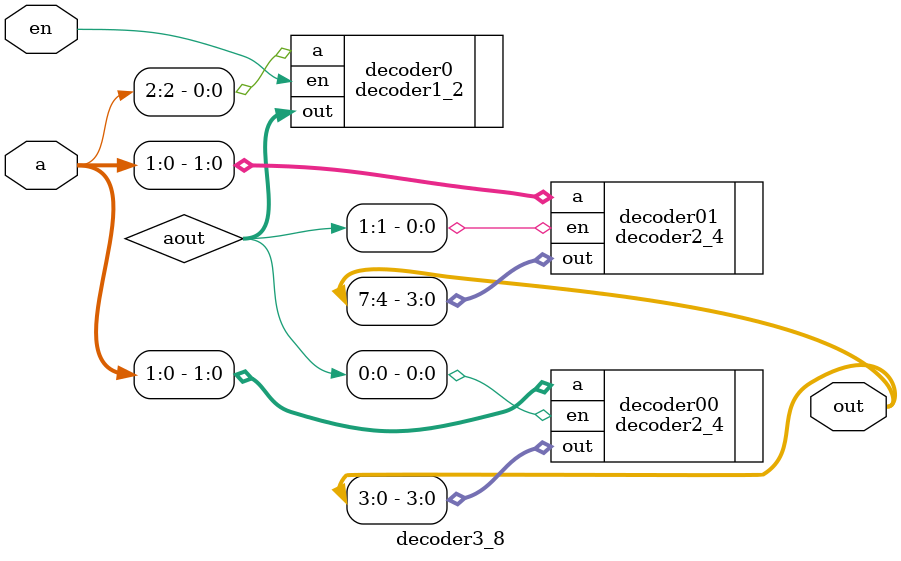
<source format=sv>
`include "./decoder/decoder2_4.sv"

`timescale 1ns/1ps
`default_nettype none

module decoder3_8(a, en, out);

input en;
input [2:0] a;
output logic [7:0] out; // the last or logic

// Below is "STRUCTURAL" verilog - explicit hardware

// 1-2 decoders
logic [1:0] aout;
decoder1_2 decoder0( .a(a[2]),   .en(en),      .out(aout));
decoder2_4 decoder00(.a(a[1:0]), .en(aout[0]), .out(out[3:0]));
decoder2_4 decoder01(.a(a[1:0]), .en(aout[1]), .out(out[7:4]));

endmodule
</source>
